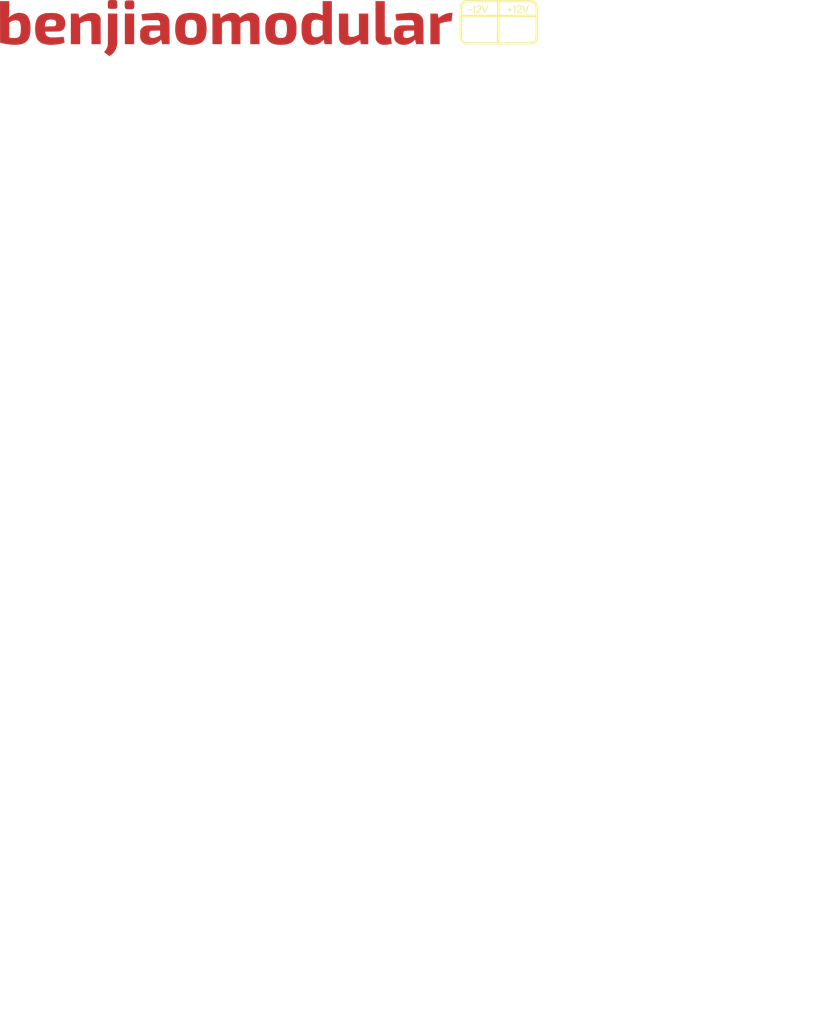
<source format=kicad_pcb>
(kicad_pcb (version 20211014) (generator pcbnew)
  (layers (0 "F.Cu" signal) (31 "B.Cu" signal) (34 "B.Paste" user) (35 "F.Paste" user) (36 "B.SilkS" user "B.Silkscreen") (37 "F.SilkS" user "F.Silkscreen") (38 "B.Mask" user) (39 "F.Mask" user) (44 "Edge.Cuts" user))
  (net 0 "")
  (footprint "LOGO" (layer "F.Cu") (at 0 0)
    (fp_text reference "G***" hide)
    (fp_text value "LOGO" hide)
    (fp_poly (pts (xy -35.745569 -117.081145) (xy -35.656278 -117.043522) (xy -35.590954 -116.979339) (xy -35.56422 -116.90818) (xy -35.556182 -116.816538) (xy -35.566788 -116.721886) (xy -35.591907 -116.649196) (xy -35.623276 -116.602157) (xy -35.67586 -116.536884) (xy -35.740428 -116.464554) (xy -35.76978 -116.433857) (xy -35.910862 -116.289666) (xy -35.714264 -116.289666) (xy -35.622361 -116.289277) (xy -35.564772 -116.286671) (xy -35.533478 -116.279688) (xy -35.520458 -116.266172) (xy -35.517695 -116.243962) (xy -35.517666 -116.23675) (xy -35.517666 -116.183833) (xy -35.814 -116.183833) (xy -35.931104 -116.184044) (xy -36.0124 -116.185377) (xy -36.064417 -116.188881) (xy -36.09368 -116.195606) (xy -36.106715 -116.206602) (xy -36.11005 -116.222917) (xy -36.110128 -116.231458) (xy -36.092381 -116.274778) (xy -36.039116 -116.338647) (xy -35.962091 -116.412664) (xy -35.836974 -116.534624) (xy -35.749082 -116.641495) (xy -35.697058 -116.735609) (xy -35.679544 -116.819299) (xy -35.689658 -116.880859) (xy -35.728658 -116.942347) (xy -35.784949 -116.971865) (xy -35.848665 -116.96992) (xy -35.909939 -116.937014) (xy -35.958905 -116.873654) (xy -35.962166 -116.866916) (xy -35.994042 -116.817526) (xy -36.035679 -116.799216) (xy -36.053807 -116.798125) (xy -36.093804 -116.801271) (xy -36.10611 -116.820054) (xy -36.099354 -116.866458) (xy -36.06266 -116.967495) (xy -35.999959 -117.036854) (xy -35.950617 -117.064018) (xy -35.84734 -117.088838) (xy -35.745569 -117.081145)) (layer "F.SilkS") (width 0.01) (fill solid))
    (fp_poly (pts (xy -41.275 -116.501333) (xy -41.783 -116.501333) (xy -41.783 -116.607166) (xy -41.275 -116.607166) (xy -41.275 -116.501333)) (layer "F.SilkS") (width 0.01) (fill solid))
    (fp_poly (pts (xy -36.873777 -116.836978) (xy -36.857996 -116.821006) (xy -36.852033 -116.781724) (xy -36.851166 -116.723583) (xy -36.851166 -116.607166) (xy -36.73475 -116.607166) (xy -36.668076 -116.605793) (xy -36.633359 -116.598533) (xy -36.62024 -116.580677) (xy -36.618333 -116.55425) (xy -36.621355 -116.523943) (xy -36.637327 -116.508163) (xy -36.676609 -116.5022) (xy -36.73475 -116.501333) (xy -36.851166 -116.501333) (xy -36.851166 -116.384916) (xy -36.85254 -116.318242) (xy -36.8598 -116.283526) (xy -36.877656 -116.270407) (xy -36.904083 -116.2685) (xy -36.93439 -116.271522) (xy -36.95017 -116.287494) (xy -36.956133 -116.326776) (xy -36.957 -116.384916) (xy -36.957 -116.501333) (xy -37.084 -116.501333) (xy -37.154385 -116.502454) (xy -37.192386 -116.508576) (xy -37.207943 -116.523843) (xy -37.210997 -116.552395) (xy -37.211 -116.55425) (xy -37.208311 -116.583577) (xy -37.193617 -116.599411) (xy -37.156977 -116.605893) (xy -37.088451 -116.607165) (xy -37.084 -116.607166) (xy -36.957 -116.607166) (xy -36.957 -116.723583) (xy -36.955626 -116.790257) (xy -36.948366 -116.824974) (xy -36.930511 -116.838093) (xy -36.904083 -116.84) (xy -36.873777 -116.836978)) (layer "F.SilkS") (width 0.01) (fill solid))
    (fp_poly (pts (xy -40.95763 -117.055004) (xy -40.945475 -117.016894) (xy -40.93906 -116.952826) (xy -40.936587 -116.858281) (xy -40.936254 -116.728743) (xy -40.936333 -116.628333) (xy -40.936333 -116.183833) (xy -41.063333 -116.183833) (xy -41.063333 -116.929958) (xy -41.126833 -116.917258) (xy -41.171315 -116.912411) (xy -41.18817 -116.927793) (xy -41.190333 -116.95407) (xy -41.180811 -116.989969) (xy -41.145918 -117.017965) (xy -41.099667 -117.038208) (xy -41.046545 -117.058757) (xy -41.006365 -117.071418) (xy -40.977327 -117.071673) (xy -40.95763 -117.055004)) (layer "F.SilkS") (width 0.01) (fill solid))
    (fp_poly (pts (xy -39.906683 -116.723709) (xy -39.865876 -116.610561) (xy -39.829357 -116.512695) (xy -39.799616 -116.436519) (xy -39.779146 -116.388443) (xy -39.770878 -116.374459) (xy -39.760227 -116.393313) (xy -39.738016 -116.445702) (xy -39.706766 -116.525238) (xy -39.668996 -116.625531) (xy -39.633295 -116.723309) (xy -39.507583 -117.072285) (xy -39.437028 -117.072559) (xy -39.391704 -117.068048) (xy -39.37318 -117.056634) (xy -39.373528 -117.054608) (xy -39.38271 -117.030172) (xy -39.404406 -116.972126) (xy -39.436354 -116.88653) (xy -39.47629 -116.779447) (xy -39.521955 -116.656936) (xy -39.539333 -116.610296) (xy -39.698083 -116.184209) (xy -39.767399 -116.184021) (xy -39.820464 -116.191542) (xy -39.850227 -116.221802) (xy -39.859232 -116.242041) (xy -39.874173 -116.281229) (xy -39.900909 -116.351895) (xy -39.936361 -116.445887) (xy -39.977453 -116.555048) (xy -40.005 -116.628333) (xy -40.048071 -116.742884) (xy -40.087453 -116.84743) (xy -40.120067 -116.933818) (xy -40.142836 -116.99389) (xy -40.150768 -117.014625) (xy -40.16313 -117.053971) (xy -40.151959 -117.069812) (xy -40.1083 -117.072826) (xy -40.101951 -117.072833) (xy -40.030617 -117.072833) (xy -39.906683 -116.723709)) (layer "F.SilkS") (width 0.01) (fill solid))
    (fp_poly (pts (xy -36.2585 -116.183833) (xy -36.3855 -116.183833) (xy -36.3855 -116.929378) (xy -36.459583 -116.91548) (xy -36.508949 -116.909083) (xy -36.529553 -116.919144) (xy -36.533587 -116.950166) (xy -36.522892 -116.986611) (xy -36.484999 -117.016557) (xy -36.443406 -117.035791) (xy -36.377601 -117.05866) (xy -36.320392 -117.071685) (xy -36.305902 -117.072833) (xy -36.2585 -117.072833) (xy -36.2585 -116.183833)) (layer "F.SilkS") (width 0.01) (fill solid))
    (fp_poly (pts (xy -34.791212 -117.073604) (xy -34.774831 -117.072833) (xy -34.731106 -117.067422) (xy -34.713333 -117.054707) (xy -34.720442 -117.029628) (xy -34.740073 -116.972139) (xy -34.769685 -116.889392) (xy -34.806734 -116.788538) (xy -34.831843 -116.721332) (xy -34.876206 -116.603321) (xy -34.918851 -116.489874) (xy -34.955959 -116.391155) (xy -34.983707 -116.317328) (xy -34.992114 -116.294958) (xy -35.018279 -116.231156) (xy -35.041284 -116.197925) (xy -35.070741 -116.185475) (xy -35.101146 -116.183881) (xy -35.168416 -116.183929) (xy -35.325602 -116.601923) (xy -35.372956 -116.727947) (xy -35.415526 -116.841428) (xy -35.450955 -116.936066) (xy -35.476884 -117.005561) (xy -35.490956 -117.043611) (xy -35.492505 -117.047929) (xy -35.487159 -117.066642) (xy -35.448684 -117.070444) (xy -35.431083 -117.069096) (xy -35.409297 -117.06763) (xy -35.391861 -117.064979) (xy -35.376552 -117.056629) (xy -35.361146 -117.038067) (xy -35.34342 -117.004779) (xy -35.321152 -116.952251) (xy -35.292116 -116.875971) (xy -35.254092 -116.771424) (xy -35.204854 -116.634099) (xy -35.172911 -116.544973) (xy -35.101221 -116.345197) (xy -35.034277 -116.529098) (xy -34.975608 -116.69054) (xy -34.929673 -116.816648) (xy -34.894408 -116.911749) (xy -34.867746 -116.980173) (xy -34.847623 -117.026246) (xy -34.831973 -117.054298) (xy -34.818731 -117.068656) (xy -34.805833 -117.073649) (xy -34.791212 -117.073604)) (layer "F.SilkS") (width 0.01) (fill solid))
    (fp_poly (pts (xy -34.158384 -117.598189) (xy -34.006032 -117.504636) (xy -33.873583 -117.379366) (xy -33.770526 -117.231696) (xy -33.755357 -117.202497) (xy -33.68675 -117.063132) (xy -33.68675 -113.146416) (xy -33.741996 -113.03) (xy -33.839167 -112.872796) (xy -33.966726 -112.741627) (xy -34.118934 -112.641032) (xy -34.290048 -112.575549) (xy -34.328083 -112.566634) (xy -34.361616 -112.564037) (xy -34.434848 -112.561606) (xy -34.545148 -112.559339) (xy -34.689882 -112.557237) (xy -34.866419 -112.5553) (xy -35.072124 -112.553529) (xy -35.304365 -112.551923) (xy -35.56051 -112.550483) (xy -35.837925 -112.549208) (xy -36.133978 -112.548099) (xy -36.446035 -112.547157) (xy -36.771465 -112.54638) (xy -37.107634 -112.545769) (xy -37.45191 -112.545325) (xy -37.801659 -112.545047) (xy -38.154248 -112.544935) (xy -38.507046 -112.54499) (xy -38.857419 -112.545213) (xy -39.202735 -112.545602) (xy -39.54036 -112.546158) (xy -39.867661 -112.546881) (xy -40.182007 -112.547771) (xy -40.480764 -112.548829) (xy -40.761299 -112.550055) (xy -41.020979 -112.551448) (xy -41.257173 -112.553008) (xy -41.467246 -112.554737) (xy -41.648566 -112.556634) (xy -41.7985 -112.558699) (xy -41.914416 -112.560932) (xy -41.993681 -112.563334) (xy -42.033661 -112.565904) (xy -42.035944 -112.566272) (xy -42.198153 -112.618869) (xy -42.345212 -112.707083) (xy -42.440766 -112.796279) (xy -38.148457 -112.796279) (xy -36.25627 -112.802014) (xy -35.930283 -112.803016) (xy -35.643912 -112.803966) (xy -35.394442 -112.804933) (xy -35.179157 -112.805987) (xy -34.995338 -112.807196) (xy -34.840271 -112.808631) (xy -34.711239 -112.81036) (xy -34.605525 -112.812452) (xy -34.520414 -112.814978) (xy -34.453188 -112.818006) (xy -34.401131 -112.821606) (xy -34.361528 -112.825846) (xy -34.331661 -112.830797) (xy -34.308814 -112.836527) (xy -34.290271 -112.843106) (xy -34.273316 -112.850603) (xy -34.268833 -112.852711) (xy -34.138826 -112.93695) (xy -34.033872 -113.05301) (xy -33.980081 -113.146416) (xy -33.93058 -113.25225) (xy -33.930166 -115.697) (xy -38.121166 -115.697) (xy -38.121166 -114.377188) (xy -38.121384 -114.140529) (xy -38.12201 -113.913284) (xy -38.123008 -113.699531) (xy -38.124337 -113.503348) (xy -38.125961 -113.328812) (xy -38.127841 -113.18) (xy -38.129937 -113.06099) (xy -38.132213 -112.975859) (xy -38.13463 -112.928684) (xy -38.134812 -112.926828) (xy -38.148457 -112.796279) (xy -42.440766 -112.796279) (xy -42.471948 -112.825386) (xy -42.573189 -112.968252) (xy -42.64376 -113.130158) (xy -42.670996 -113.24459) (xy -42.674989 -113.290911) (xy -42.678587 -113.375574) (xy -42.681791 -113.494586) (xy -42.6846 -113.643957) (xy -42.687014 -113.819695) (xy -42.689034 -114.01781) (xy -42.690658 -114.234311) (xy -42.691888 -114.465207) (xy -42.692723 -114.706507) (xy -42.693162 -114.954221) (xy -42.693207 -115.204356) (xy -42.692856 -115.452922) (xy -42.692194 -115.668861) (xy -42.441087 -115.668861) (xy -42.428583 -113.249179) (xy -42.365083 -113.125794) (xy -42.279317 -112.997469) (xy -42.169365 -112.902485) (xy -42.032662 -112.837261) (xy -42.010635 -112.830335) (xy -41.985402 -112.824283) (xy -41.954115 -112.819043) (xy -41.913928 -112.814558) (xy -41.861992 -112.810766) (xy -41.795461 -112.807607) (xy -41.711486 -112.805023) (xy -41.60722 -112.802953) (xy -41.479817 -112.801336) (xy -41.326427 -112.800115) (xy -41.144205 -112.799227) (xy -40.930301 -112.798614) (xy -40.68187 -112.798216) (xy -40.396063 -112.797973) (xy -40.158458 -112.797858) (xy -38.396333 -112.797166) (xy -38.396256 -113.945458) (xy -38.395979 -114.173636) (xy -38.395214 -114.398315) (xy -38.394011 -114.61418) (xy -38.39242 -114.815913) (xy -38.390494 -114.998198) (xy -38.388283 -115.155718) (xy -38.385838 -115.283157) (xy -38.383209 -115.375197) (xy -38.38238 -115.395375) (xy -38.368581 -115.697) (xy -38.959249 -115.696983) (xy -39.08593 -115.69676) (xy -39.249371 -115.696123) (xy -39.444001 -115.695111) (xy -39.664249 -115.693761) (xy -39.904543 -115.692114) (xy -40.159313 -115.690206) (xy -40.422988 -115.688076) (xy -40.689996 -115.685764) (xy -40.954767 -115.683307) (xy -40.995502 -115.682914) (xy -42.441087 -115.668861) (xy -42.692194 -115.668861) (xy -42.69211 -115.695929) (xy -42.690968 -115.929385) (xy -42.690817 -115.951) (xy -42.443069 -115.951) (xy -38.375166 -115.951) (xy -38.375166 -117.4115) (xy -38.1 -117.4115) (xy -38.1 -115.944107) (xy -37.195125 -115.95811) (xy -36.986614 -115.960955) (xy -36.744631 -115.963608) (xy -36.47804 -115.966008) (xy -36.1957 -115.968096) (xy -35.906475 -115.969813) (xy -35.619226 -115.971098) (xy -35.342815 -115.971893) (xy -35.108867 -115.97214) (xy -33.927483 -115.972166) (xy -33.934117 -116.496041) (xy -33.94075 -117.019916) (xy -33.998678 -117.118458) (xy -34.05056 -117.191323) (xy -34.113891 -117.260228) (xy -34.139641 -117.282764) (xy -34.166836 -117.30462) (xy -34.191605 -117.323855) (xy -34.21669 -117.340636) (xy -34.24483 -117.35513) (xy -34.278765 -117.367505) (xy -34.321237 -117.377928) (xy -34.374984 -117.386565) (xy -34.442747 -117.393584) (xy -34.527265 -117.399151) (xy -34.631281 -117.403435) (xy -34.757532 -117.406602) (xy -34.90876 -117.408819) (xy -35.087705 -117.410253) (xy -35.297106 -117.411072) (xy -35.539705 -117.411442) (xy -35.81824 -117.41153) (xy -36.135452 -117.411505) (xy -36.250578 -117.4115) (xy -38.1 -117.4115) (xy -38.375166 -117.4115) (xy -40.159979 -117.4115) (xy -40.486744 -117.411537) (xy -40.773958 -117.411514) (xy -41.024403 -117.411231) (xy -41.240859 -117.410489) (xy -41.42611 -117.409088) (xy -41.582937 -117.406828) (xy -41.714121 -117.40351) (xy -41.822445 -117.398932) (xy -41.91069 -117.392897) (xy -41.981639 -117.385203) (xy -42.038072 -117.375652) (xy -42.082772 -117.364042) (xy -42.118521 -117.350176) (xy -42.148099 -117.333852) (xy -42.17429 -117.314871) (xy -42.199875 -117.293033) (xy -42.227636 -117.268138) (xy -42.233959 -117.262541) (xy -42.307797 -117.181755) (xy -42.36822 -117.087507) (xy -42.377422 -117.068339) (xy -42.393337 -117.030529) (xy -42.405609 -116.993241) (xy -42.414826 -116.950244) (xy -42.421573 -116.895309) (xy -42.426436 -116.822207) (xy -42.430001 -116.72471) (xy -42.432855 -116.596586) (xy -42.43524 -116.453708) (xy -42.443069 -115.951) (xy -42.690817 -115.951) (xy -42.689431 -116.149299) (xy -42.687498 -116.351681) (xy -42.68517 -116.532539) (xy -42.682445 -116.687883) (xy -42.679325 -116.813721) (xy -42.675809 -116.906063) (xy -42.671897 -116.960918) (xy -42.671073 -116.967) (xy -42.621966 -117.148769) (xy -42.536828 -117.310016) (xy -42.418327 -117.447165) (xy -42.269132 -117.556641) (xy -42.206333 -117.589584) (xy -42.06875 -117.654916) (xy -34.279416 -117.654916) (xy -34.158384 -117.598189)) (layer "F.SilkS") (width 0.01) (fill solid))
    (fp_poly (pts (xy -40.361403 -117.062055) (xy -40.286833 -117.010298) (xy -40.236704 -116.932278) (xy -40.236536 -116.931839) (xy -40.216854 -116.829276) (xy -40.234955 -116.721711) (xy -40.291662 -116.607125) (xy -40.387797 -116.483498) (xy -40.442649 -116.425869) (xy -40.578852 -116.289666) (xy -40.387176 -116.289666) (xy -40.296662 -116.289252) (xy -40.24036 -116.286512) (xy -40.210149 -116.279206) (xy -40.197906 -116.265091) (xy -40.195512 -116.241926) (xy -40.1955 -116.23675) (xy -40.1955 -116.183833) (xy -40.491833 -116.183833) (xy -40.608937 -116.184041) (xy -40.690238 -116.185367) (xy -40.742269 -116.188867) (xy -40.77156 -116.195594) (xy -40.784644 -116.206604) (xy -40.78805 -116.222952) (xy -40.788166 -116.231684) (xy -40.770922 -116.275821) (xy -40.717914 -116.333369) (xy -40.671628 -116.372527) (xy -40.559901 -116.471904) (xy -40.466494 -116.575219) (xy -40.396255 -116.675766) (xy -40.354034 -116.766843) (xy -40.343666 -116.82602) (xy -40.35692 -116.881067) (xy -40.382701 -116.925849) (xy -40.437801 -116.964762) (xy -40.504479 -116.972711) (xy -40.569831 -116.95326) (xy -40.62095 -116.909974) (xy -40.644109 -116.853664) (xy -40.665684 -116.815348) (xy -40.708791 -116.801552) (xy -40.749878 -116.801848) (xy -40.765127 -116.824055) (xy -40.767 -116.858137) (xy -40.75161 -116.922217) (xy -40.71339 -116.98513) (xy -40.636407 -117.049085) (xy -40.545724 -117.082514) (xy -40.450878 -117.086482) (xy -40.361403 -117.062055)) (layer "F.SilkS") (width 0.01) (fill solid))
  )
  (footprint "LOGO" (layer "F.Cu") (at 0 0)
    (fp_text reference "G***" hide)
    (fp_text value "LOGO" hide)
    (fp_poly (pts (xy -89.644991 -116.17052) (xy -89.514037 -116.168425) (xy -89.409199 -116.164376) (xy -89.322375 -116.15783) (xy -89.245461 -116.148243) (xy -89.170353 -116.135073) (xy -89.12225 -116.12511) (xy -88.884376 -116.057364) (xy -88.680285 -115.964109) (xy -88.509992 -115.845367) (xy -88.373515 -115.701159) (xy -88.27087 -115.531508) (xy -88.202074 -115.336435) (xy -88.167143 -115.115961) (xy -88.165383 -114.882244) (xy -88.188143 -114.679031) (xy -88.233654 -114.509408) (xy -88.304648 -114.369662) (xy -88.403861 -114.256078) (xy -88.534024 -114.164945) (xy -88.697872 -114.09255) (xy -88.762416 -114.071338) (xy -88.798919 -114.062561) (xy -88.848619 -114.055204) (xy -88.915612 -114.049085) (xy -89.003994 -114.04402) (xy -89.11786 -114.039827) (xy -89.261307 -114.036323) (xy -89.43843 -114.033325) (xy -89.653325 -114.030649) (xy -89.680329 -114.030357) (xy -90.492408 -114.021693) (xy -90.479556 -113.943888) (xy -90.436944 -113.770195) (xy -90.370542 -113.630451) (xy -90.277563 -113.521905) (xy -90.155219 -113.441803) (xy -90.000721 -113.387392) (xy -89.894833 -113.366452) (xy -89.803022 -113.357612) (xy -89.67626 -113.353108) (xy -89.521685 -113.352753) (xy -89.346439 -113.356359) (xy -89.157659 -113.363738) (xy -88.962487 -113.374702) (xy -88.76806 -113.389062) (xy -88.656583 -113.399053) (xy -88.549064 -113.408393) (xy -88.457141 -113.414499) (xy -88.388748 -113.416985) (xy -88.35182 -113.415469) (xy -88.347844 -113.413977) (xy -88.34077 -113.389842) (xy -88.329482 -113.3332) (xy -88.315345 -113.252893) (xy -88.299721 -113.157767) (xy -88.283975 -113.056666) (xy -88.26947 -112.958434) (xy -88.257571 -112.871916) (xy -88.24964 -112.805955) (xy -88.247042 -112.769396) (xy -88.247775 -112.765011) (xy -88.269524 -112.754239) (xy -88.318654 -112.733418) (xy -88.36452 -112.714983) (xy -88.568515 -112.648232) (xy -88.808644 -112.593807) (xy -89.080332 -112.552423) (xy -89.379004 -112.524794) (xy -89.662 -112.512393) (xy -89.785316 -112.510232) (xy -89.899099 -112.509394) (xy -89.994262 -112.509861) (xy -90.061721 -112.511612) (xy -90.085333 -112.513296) (xy -90.349051 -112.551604) (xy -90.575924 -112.60036) (xy -90.770564 -112.66145) (xy -90.937586 -112.736763) (xy -91.081603 -112.828186) (xy -91.207229 -112.937606) (xy -91.259359 -112.993643) (xy -91.37662 -113.157794) (xy -91.472182 -113.356131) (xy -91.545436 -113.586137) (xy -91.595777 -113.845294) (xy -91.622595 -114.131082) (xy -91.625284 -114.440983) (xy -91.623074 -114.501083) (xy -91.614574 -114.613308) (xy -90.515135 -114.613308) (xy -89.956276 -114.621193) (xy -89.782851 -114.623974) (xy -89.646551 -114.627098) (xy -89.542165 -114.630929) (xy -89.464484 -114.635834) (xy -89.4083 -114.642179) (xy -89.368403 -114.65033) (xy -89.339583 -114.660654) (xy -89.330548 -114.665171) (xy -89.263319 -114.725128) (xy -89.219318 -114.818528) (xy -89.199421 -114.942861) (xy -89.199827 -115.039046) (xy -89.213737 -115.151322) (xy -89.245238 -115.234203) (xy -89.301166 -115.29924) (xy -89.388357 -115.35798) (xy -89.388708 -115.358178) (xy -89.433866 -115.381192) (xy -89.479706 -115.396945) (xy -89.53631 -115.407172) (xy -89.613758 -115.413609) (xy -89.722129 -115.417989) (xy -89.739255 -115.418505) (xy -89.905634 -115.419027) (xy -90.037987 -115.408398) (xy -90.143598 -115.384722) (xy -90.229751 -115.346104) (xy -90.303729 -115.290647) (xy -90.330245 -115.264679) (xy -90.395543 -115.178626) (xy -90.44432 -115.070775) (xy -90.478817 -114.934609) (xy -90.500799 -114.768862) (xy -90.515135 -114.613308) (xy -91.614574 -114.613308) (xy -91.600617 -114.79755) (xy -91.559952 -115.0578) (xy -91.499825 -115.284407) (xy -91.418986 -115.479943) (xy -91.316183 -115.64698) (xy -91.190163 -115.788091) (xy -91.039675 -115.905848) (xy -90.901091 -115.984836) (xy -90.779405 -116.040925) (xy -90.661717 -116.085096) (xy -90.540684 -116.118605) (xy -90.408965 -116.142705) (xy -90.259218 -116.15865) (xy -90.084102 -116.167695) (xy -89.876275 -116.171094) (xy -89.810166 -116.171204) (xy -89.644991 -116.17052)) (layer "F.Cu") (width 0.01) (fill solid))
    (fp_poly (pts (xy -51.329134 -115.575291) (xy -51.329088 -115.241434) (xy -51.328931 -114.947292) (xy -51.328615 -114.690244) (xy -51.328092 -114.467672) (xy -51.327315 -114.276957) (xy -51.326237 -114.115479) (xy -51.324808 -113.98062) (xy -51.322983 -113.86976) (xy -51.320712 -113.78028) (xy -51.317949 -113.709561) (xy -51.314646 -113.654984) (xy -51.310755 -113.61393) (xy -51.306228 -113.58378) (xy -51.301019 -113.561914) (xy -51.295078 -113.545713) (xy -51.292092 -113.539452) (xy -51.247273 -113.47551) (xy -51.183651 -113.429025) (xy -51.095198 -113.397651) (xy -50.975888 -113.379045) (xy -50.8616 -113.372027) (xy -50.637449 -113.364216) (xy -50.581014 -113.033066) (xy -50.561693 -112.917606) (xy -50.545238 -112.815273) (xy -50.53288 -112.734056) (xy -50.525853 -112.681941) (xy -50.524706 -112.668225) (xy -50.544884 -112.642118) (xy -50.60089 -112.616089) (xy -50.686228 -112.591005) (xy -50.794401 -112.567732) (xy -50.918909 -112.547135) (xy -51.053258 -112.530079) (xy -51.190948 -112.517432) (xy -51.325483 -112.510058) (xy -51.450365 -112.508822) (xy -51.559097 -112.514592) (xy -51.618162 -112.522531) (xy -51.821137 -112.57769) (xy -51.9967 -112.664608) (xy -52.144082 -112.782701) (xy -52.262515 -112.931382) (xy -52.334474 -113.068614) (xy -52.341314 -113.085486) (xy -52.347386 -113.104011) (xy -52.352744 -113.126706) (xy -52.357442 -113.156085) (xy -52.361531 -113.194667) (xy -52.365066 -113.244966) (xy -52.368099 -113.309499) (xy -52.370684 -113.390782) (xy -52.372873 -113.491332) (xy -52.37472 -113.613665) (xy -52.376277 -113.760296) (xy -52.377599 -113.933743) (xy -52.378737 -114.13652) (xy -52.379746 -114.371146) (xy -52.380678 -114.640135) (xy -52.381586 -114.946003) (xy -52.382523 -115.291269) (xy -52.382687 -115.353041) (xy -52.388457 -117.5385) (xy -51.329166 -117.5385) (xy -51.329134 -115.575291)) (layer "F.Cu") (width 0.01) (fill solid))
    (fp_poly (pts (xy -84.970509 -116.173295) (xy -84.825606 -116.164585) (xy -84.701785 -116.147436) (xy -84.6194 -116.125533) (xy -84.452398 -116.046855) (xy -84.31863 -115.945091) (xy -84.213188 -115.815522) (xy -84.132896 -115.657732) (xy -84.084583 -115.53825) (xy -84.078606 -114.061875) (xy -84.072628 -112.5855) (xy -85.131038 -112.5855) (xy -85.136977 -113.829041) (xy -85.138298 -114.090933) (xy -85.139639 -114.313852) (xy -85.141112 -114.501158) (xy -85.142832 -114.65621) (xy -85.144912 -114.782369) (xy -85.147465 -114.882996) (xy -85.150605 -114.961449) (xy -85.154446 -115.02109) (xy -85.1591 -115.065278) (xy -85.164682 -115.097373) (xy -85.171304 -115.120736) (xy -85.179082 -115.138725) (xy -85.181364 -115.143042) (xy -85.226999 -115.203212) (xy -85.290739 -115.2432) (xy -85.378995 -115.265108) (xy -85.498179 -115.271034) (xy -85.565813 -115.268939) (xy -85.691704 -115.256847) (xy -85.818595 -115.231392) (xy -85.955334 -115.189951) (xy -86.110764 -115.129898) (xy -86.267437 -115.060764) (xy -86.444666 -114.979271) (xy -86.444666 -112.5855) (xy -87.503 -112.5855) (xy -87.503 -116.099166) (xy -86.642536 -116.099166) (xy -86.605668 -115.882208) (xy -86.589235 -115.787779) (xy -86.574373 -115.706458) (xy -86.563078 -115.648957) (xy -86.558479 -115.629012) (xy -86.548461 -115.616896) (xy -86.52546 -115.620119) (xy -86.483916 -115.641374) (xy -86.41827 -115.683354) (xy -86.349809 -115.730107) (xy -86.183145 -115.836251) (xy -86.001115 -115.936272) (xy -85.816504 -116.023925) (xy -85.642095 -116.092966) (xy -85.543246 -116.124084) (xy -85.422863 -116.14896) (xy -85.280022 -116.165466) (xy -85.125609 -116.173583) (xy -84.970509 -116.173295)) (layer "F.Cu") (width 0.01) (fill solid))
    (fp_poly (pts (xy -80.221666 -112.5855) (xy -81.28 -112.5855) (xy -81.28 -116.099166) (xy -80.221666 -116.099166) (xy -80.221666 -112.5855)) (layer "F.Cu") (width 0.01) (fill solid))
    (fp_poly (pts (xy -80.453648 -117.620245) (xy -80.403684 -117.61593) (xy -80.369398 -117.608259) (xy -80.344129 -117.596628) (xy -80.321217 -117.580427) (xy -80.31881 -117.578541) (xy -80.273975 -117.536344) (xy -80.241694 -117.48626) (xy -80.220096 -117.420958) (xy -80.207311 -117.333109) (xy -80.201465 -117.215383) (xy -80.2005 -117.115166) (xy -80.202894 -116.970618) (xy -80.211349 -116.861425) (xy -80.227772 -116.780815) (xy -80.254071 -116.722014) (xy -80.292155 -116.67825) (xy -80.331518 -116.650042) (xy -80.36212 -116.633781) (xy -80.396981 -116.622252) (xy -80.4436 -116.614684) (xy -80.509477 -116.610308) (xy -80.60211 -116.608354) (xy -80.728999 -116.608051) (xy -80.74025 -116.608074) (xy -80.892541 -116.609914) (xy -81.006972 -116.614887) (xy -81.08792 -116.623316) (xy -81.139765 -116.635526) (xy -81.146338 -116.638147) (xy -81.201427 -116.671871) (xy -81.241647 -116.72217) (xy -81.269347 -116.795336) (xy -81.286872 -116.897662) (xy -81.296569 -117.035438) (xy -81.296822 -117.041645) (xy -81.297897 -117.224181) (xy -81.284766 -117.368591) (xy -81.257093 -117.476746) (xy -81.214541 -117.550517) (xy -81.203354 -117.562126) (xy -81.182621 -117.580038) (xy -81.159734 -117.593259) (xy -81.128132 -117.602641) (xy -81.081256 -117.609035) (xy -81.012544 -117.613293) (xy -80.915437 -117.616268) (xy -80.783375 -117.618809) (xy -80.764226 -117.619137) (xy -80.627258 -117.621242) (xy -80.525953 -117.621814) (xy -80.453648 -117.620245)) (layer "F.Cu") (width 0.01) (fill solid))
    (fp_poly (pts (xy -82.169148 -114.315875) (xy -82.169209 -113.998918) (xy -82.169376 -113.721359) (xy -82.169714 -113.480261) (xy -82.170285 -113.272689) (xy -82.171154 -113.095707) (xy -82.172382 -112.946378) (xy -82.174035 -112.821768) (xy -82.176174 -112.71894) (xy -82.178863 -112.634958) (xy -82.182165 -112.566887) (xy -82.186144 -112.51179) (xy -82.190864 -112.466732) (xy -82.196386 -112.428777) (xy -82.202776 -112.394988) (xy -82.210095 -112.362431) (xy -82.211383 -112.357029) (xy -82.29163 -112.096103) (xy -82.402182 -111.861422) (xy -82.546385 -111.646588) (xy -82.642572 -111.533129) (xy -82.700483 -111.475523) (xy -82.773159 -111.411465) (xy -82.852426 -111.347182) (xy -82.930112 -111.288899) (xy -82.998044 -111.242843) (xy -83.048048 -111.215238) (xy -83.066611 -111.210122) (xy -83.090138 -111.222722) (xy -83.140946 -111.257372) (xy -83.213151 -111.309815) (xy -83.300867 -111.375794) (xy -83.380045 -111.436858) (xy -83.67034 -111.663138) (xy -83.618401 -111.727444) (xy -83.537801 -111.834409) (xy -83.459665 -111.950791) (xy -83.391841 -112.064045) (xy -83.34218 -112.161625) (xy -83.332864 -112.18376) (xy -83.314708 -112.23061) (xy -83.298764 -112.275442) (xy -83.284886 -112.321208) (xy -83.272932 -112.370856) (xy -83.262759 -112.427339) (xy -83.254222 -112.493606) (xy -83.247179 -112.572606) (xy -83.241486 -112.667292) (xy -83.236999 -112.780612) (xy -83.233576 -112.915518) (xy -83.231072 -113.074958) (xy -83.229345 -113.261885) (xy -83.228251 -113.479248) (xy -83.227647 -113.729997) (xy -83.227389 -114.017082) (xy -83.227333 -114.343455) (xy -83.227333 -116.099166) (xy -82.169 -116.099166) (xy -82.169148 -114.315875)) (layer "F.Cu") (width 0.01) (fill solid))
    (fp_poly (pts (xy -94.615419 -116.802958) (xy -94.616174 -116.569057) (xy -94.618319 -116.372396) (xy -94.622108 -116.207897) (xy -94.627794 -116.070482) (xy -94.635633 -115.955072) (xy -94.645878 -115.85659) (xy -94.658783 -115.769958) (xy -94.670056 -115.711156) (xy -94.673582 -115.686643) (xy -94.667615 -115.676794) (xy -94.646838 -115.684132) (xy -94.605933 -115.711181) (xy -94.539581 -115.760462) (xy -94.495592 -115.79393) (xy -94.254119 -115.954611) (xy -94.004093 -116.075042) (xy -93.7895 -116.144233) (xy -93.697633 -116.165199) (xy -93.616371 -116.177389) (xy -93.53045 -116.182012) (xy -93.424605 -116.180275) (xy -93.366166 -116.177729) (xy -93.171243 -116.160413) (xy -93.006625 -116.127327) (xy -92.86232 -116.075675) (xy -92.728338 -116.002662) (xy -92.719056 -115.996658) (xy -92.628728 -115.93394) (xy -92.561103 -115.875342) (xy -92.503798 -115.807842) (xy -92.444431 -115.718418) (xy -92.426615 -115.689113) (xy -92.341834 -115.516071) (xy -92.27346 -115.310914) (xy -92.221606 -115.080602) (xy -92.186383 -114.83209) (xy -92.167906 -114.572338) (xy -92.166285 -114.308302) (xy -92.181635 -114.046941) (xy -92.214068 -113.795213) (xy -92.263696 -113.560074) (xy -92.330632 -113.348484) (xy -92.386644 -113.2205) (xy -92.502901 -113.034689) (xy -92.651528 -112.874289) (xy -92.829469 -112.741538) (xy -93.033666 -112.63867) (xy -93.261065 -112.567921) (xy -93.28616 -112.562447) (xy -93.447252 -112.536851) (xy -93.639838 -112.519768) (xy -93.853892 -112.511461) (xy -94.079388 -112.512191) (xy -94.306298 -112.522221) (xy -94.435083 -112.532447) (xy -94.682289 -112.559016) (xy -94.91638 -112.590831) (xy -95.130245 -112.626683) (xy -95.316768 -112.665369) (xy -95.468838 -112.705681) (xy -95.482833 -112.71006) (xy -95.66275 -112.767372) (xy -95.667916 -115.057285) (xy -94.615471 -115.057285) (xy -94.609944 -114.197101) (xy -94.604416 -113.336916) (xy -94.466833 -113.312743) (xy -94.357252 -113.298578) (xy -94.227732 -113.289756) (xy -94.089314 -113.286223) (xy -93.953039 -113.287922) (xy -93.829947 -113.294799) (xy -93.731081 -113.306797) (xy -93.68721 -113.316658) (xy -93.560306 -113.374736) (xy -93.454232 -113.464068) (xy -93.384712 -113.564304) (xy -93.344351 -113.670653) (xy -93.312178 -113.810195) (xy -93.288479 -113.974534) (xy -93.27354 -114.155273) (xy -93.267648 -114.344018) (xy -93.271088 -114.532371) (xy -93.284145 -114.711936) (xy -93.307107 -114.874317) (xy -93.335921 -114.996962) (xy -93.388667 -115.121605) (xy -93.465385 -115.216286) (xy -93.568611 -115.282432) (xy -93.700881 -115.321469) (xy -93.864729 -115.334821) (xy -93.934418 -115.333514) (xy -94.049771 -115.324326) (xy -94.15154 -115.304468) (xy -94.250652 -115.269964) (xy -94.358036 -115.216839) (xy -94.484619 -115.141117) (xy -94.513044 -115.123012) (xy -94.615471 -115.057285) (xy -95.667916 -115.057285) (xy -95.668132 -115.152936) (xy -95.673515 -117.5385) (xy -94.615 -117.5385) (xy -94.615419 -116.802958)) (layer "F.Cu") (width 0.01) (fill solid))
    (fp_poly (pts (xy -68.656324 -116.161359) (xy -68.652679 -116.160692) (xy -68.476785 -116.10931) (xy -68.320045 -116.02555) (xy -68.188259 -115.913539) (xy -68.087225 -115.777407) (xy -68.070547 -115.746317) (xy -68.041113 -115.68804) (xy -68.020358 -115.647309) (xy -68.014351 -115.635823) (xy -67.997589 -115.643955) (xy -67.959623 -115.673705) (xy -67.927662 -115.701606) (xy -67.777923 -115.821023) (xy -67.605833 -115.931916) (xy -67.423336 -116.028003) (xy -67.242374 -116.103005) (xy -67.074892 -116.150644) (xy -67.072767 -116.151074) (xy -66.847071 -116.181738) (xy -66.634246 -116.181815) (xy -66.438083 -116.152504) (xy -66.262374 -116.095003) (xy -66.11091 -116.01051) (xy -65.987483 -115.900224) (xy -65.904559 -115.781849) (xy -65.880543 -115.737718) (xy -65.859768 -115.697639) (xy -65.841982 -115.65832) (xy -65.826935 -115.61647) (xy -65.814375 -115.568796) (xy -65.804052 -115.512007) (xy -65.795715 -115.442811) (xy -65.789114 -115.357916) (xy -65.783996 -115.25403) (xy -65.780112 -115.127861) (xy -65.777211 -114.976117) (xy -65.775041 -114.795506) (xy -65.773353 -114.582737) (xy -65.771894 -114.334518) (xy -65.770415 -114.047556) (xy -65.770271 -114.019541) (xy -65.762905 -112.5855) (xy -66.821258 -112.5855) (xy -66.827504 -113.818458) (xy -66.82885 -114.087719) (xy -66.830183 -114.317932) (xy -66.831851 -114.512381) (xy -66.834204 -114.674348) (xy -66.837589 -114.807118) (xy -66.842355 -114.913975) (xy -66.84885 -114.998202) (xy -66.857423 -115.063083) (xy -66.868422 -115.111901) (xy -66.882196 -115.14794) (xy -66.899092 -115.174484) (xy -66.91946 -115.194816) (xy -66.943648 -115.21222) (xy -66.972004 -115.229979) (xy -66.977652 -115.233515) (xy -67.017127 -115.254349) (xy -67.06113 -115.266188) (xy -67.121264 -115.27058) (xy -67.209131 -115.269074) (xy -67.235916 -115.267995) (xy -67.354332 -115.257149) (xy -67.464981 -115.232953) (xy -67.577989 -115.191766) (xy -67.703482 -115.129946) (xy -67.840498 -115.050608) (xy -67.966166 -114.974268) (xy -67.966166 -112.5855) (xy -68.982166 -112.5855) (xy -68.982631 -113.797291) (xy -68.982789 -114.055106) (xy -68.983123 -114.274061) (xy -68.983742 -114.457632) (xy -68.984756 -114.609293) (xy -68.986275 -114.732518) (xy -68.988408 -114.830781) (xy -68.991265 -114.907558) (xy -68.994957 -114.966322) (xy -68.999592 -115.010547) (xy -69.005281 -115.043709) (xy -69.012133 -115.069281) (xy -69.020258 -115.090737) (xy -69.023734 -115.098604) (xy -69.074748 -115.181281) (xy -69.143407 -115.235511) (xy -69.236798 -115.26503) (xy -69.355645 -115.273587) (xy -69.529409 -115.257626) (xy -69.70544 -115.208131) (xy -69.890825 -115.122962) (xy -69.934666 -115.098597) (xy -70.093416 -115.007779) (xy -70.098882 -113.79664) (xy -70.104347 -112.5855) (xy -71.1835 -112.5855) (xy -71.1835 -116.099166) (xy -70.322369 -116.099166) (xy -70.284784 -115.845166) (xy -70.26985 -115.747561) (xy -70.256636 -115.667328) (xy -70.246539 -115.612524) (xy -70.240952 -115.591209) (xy -70.240828 -115.591166) (xy -70.222865 -115.603872) (xy -70.181607 -115.637299) (xy -70.125724 -115.684409) (xy -70.121603 -115.687939) (xy -69.885754 -115.867712) (xy -69.644413 -116.007828) (xy -69.39919 -116.107768) (xy -69.151695 -116.167016) (xy -68.903536 -116.185052) (xy -68.656324 -116.161359)) (layer "F.Cu") (width 0.01) (fill solid))
    (fp_poly (pts (xy -43.530781 -116.115041) (xy -43.535852 -116.072748) (xy -43.544305 -115.996224) (xy -43.555298 -115.893363) (xy -43.567986 -115.772058) (xy -43.581528 -115.6402) (xy -43.581992 -115.635639) (xy -43.595128 -115.508991) (xy -43.607153 -115.397784) (xy -43.617326 -115.308489) (xy -43.624907 -115.247577) (xy -43.629157 -115.221518) (xy -43.629416 -115.221034) (xy -43.651366 -115.218192) (xy -43.708082 -115.213013) (xy -43.792098 -115.206124) (xy -43.89595 -115.198148) (xy -43.952583 -115.193977) (xy -44.100405 -115.181309) (xy -44.23082 -115.165018) (xy -44.355238 -115.142733) (xy -44.48507 -115.112087) (xy -44.631727 -115.070709) (xy -44.802851 -115.017438) (xy -45.000333 -114.954179) (xy -45.000333 -112.5855) (xy -46.058666 -112.5855) (xy -46.058666 -116.100061) (xy -45.224452 -116.088583) (xy -45.181184 -115.849392) (xy -45.162953 -115.75455) (xy -45.145954 -115.676731) (xy -45.132173 -115.624384) (xy -45.124009 -115.605976) (xy -45.101844 -115.615829) (xy -45.054736 -115.645757) (xy -44.991366 -115.690113) (xy -44.965259 -115.709255) (xy -44.702361 -115.885364) (xy -44.443259 -116.02018) (xy -44.186167 -116.114374) (xy -43.929299 -116.168616) (xy -43.700806 -116.183833) (xy -43.521328 -116.183833) (xy -43.530781 -116.115041)) (layer "F.Cu") (width 0.01) (fill solid))
    (fp_poly (pts (xy -77.372877 -116.177211) (xy -77.365207 -116.176855) (xy -77.109824 -116.153194) (xy -76.889277 -116.107873) (xy -76.701091 -116.039235) (xy -76.542791 -115.945623) (xy -76.411903 -115.82538) (xy -76.305953 -115.676848) (xy -76.222466 -115.49837) (xy -76.185115 -115.386465) (xy -76.177627 -115.357574) (xy -76.171173 -115.323197) (xy -76.165654 -115.280007) (xy -76.16097 -115.224676) (xy -76.157023 -115.153878) (xy -76.153714 -115.064284) (xy -76.150944 -114.952568) (xy -76.148613 -114.815402) (xy -76.146623 -114.649459) (xy -76.144875 -114.451412) (xy -76.143269 -114.217933) (xy -76.141707 -113.945695) (xy -76.141591 -113.92385) (xy -76.13445 -112.584617) (xy -76.563845 -112.59035) (xy -76.993239 -112.596083) (xy -77.019816 -112.74425) (xy -77.037493 -112.840302) (xy -77.056368 -112.939038) (xy -77.069528 -113.005137) (xy -77.092664 -113.117858) (xy -77.223123 -112.993341) (xy -77.42948 -112.820732) (xy -77.649237 -112.685765) (xy -77.889544 -112.58421) (xy -77.945664 -112.565998) (xy -78.083484 -112.534689) (xy -78.245998 -112.515372) (xy -78.41708 -112.508809) (xy -78.580608 -112.515765) (xy -78.690762 -112.530723) (xy -78.896297 -112.587892) (xy -79.078225 -112.674893) (xy -79.233301 -112.788998) (xy -79.35828 -112.927478) (xy -79.449917 -113.087606) (xy -79.490314 -113.20292) (xy -79.503893 -113.26133) (xy -79.513323 -113.325108) (xy -79.519045 -113.402205) (xy -79.521504 -113.500573) (xy -79.521142 -113.628164) (xy -79.519638 -113.7285) (xy -78.474899 -113.7285) (xy -78.469233 -113.59273) (xy -78.450541 -113.491226) (xy -78.415159 -113.416969) (xy -78.359424 -113.362938) (xy -78.27967 -113.322116) (xy -78.258659 -113.314254) (xy -78.12539 -113.288022) (xy -77.966085 -113.295135) (xy -77.854551 -113.316223) (xy -77.686754 -113.365531) (xy -77.520758 -113.435723) (xy -77.358875 -113.522875) (xy -77.216 -113.606324) (xy -77.216 -114.156175) (xy -77.729291 -114.148126) (xy -77.909364 -114.144688) (xy -78.052274 -114.139922) (xy -78.163193 -114.132729) (xy -78.247291 -114.122007) (xy -78.30974 -114.106654) (xy -78.355709 -114.08557) (xy -78.390369 -114.057652) (xy -78.418891 -114.0218) (xy -78.433997 -113.998033) (xy -78.454669 -113.955155) (xy -78.467263 -113.902771) (xy -78.473447 -113.829887) (xy -78.474899 -113.7285) (xy -79.519638 -113.7285) (xy -79.519627 -113.729218) (xy -79.512583 -114.121203) (xy -79.443014 -114.262404) (xy -79.344861 -114.41492) (xy -79.214737 -114.540786) (xy -79.054816 -114.638375) (xy -78.86727 -114.706063) (xy -78.840947 -114.712588) (xy -78.793702 -114.721513) (xy -78.732566 -114.728698) (xy -78.653132 -114.734301) (xy -78.550995 -114.738481) (xy -78.421746 -114.741396) (xy -78.260981 -114.743205) (xy -78.064292 -114.744066) (xy -77.962125 -114.744187) (xy -77.216 -114.7445) (xy -77.216 -114.884919) (xy -77.224804 -115.025835) (xy -77.252659 -115.134565) (xy -77.301724 -115.217744) (xy -77.335794 -115.252626) (xy -77.374878 -115.284147) (xy -77.415767 -115.309065) (xy -77.463603 -115.327994) (xy -77.523525 -115.341545) (xy -77.600674 -115.350334) (xy -77.700188 -115.354973) (xy -77.827208 -115.356075) (xy -77.986875 -115.354255) (xy -78.157916 -115.350734) (xy -78.327032 -115.346559) (xy -78.498224 -115.341782) (xy -78.662079 -115.336703) (xy -78.809184 -115.331628) (xy -78.930127 -115.326858) (xy -78.995497 -115.323794) (xy -79.261578 -115.309925) (xy -79.309947 -115.652915) (xy -79.325468 -115.768543) (xy -79.337463 -115.869006) (xy -79.345188 -115.94706) (xy -79.347895 -115.995457) (xy -79.346469 -116.007753) (xy -79.312063 -116.022688) (xy -79.240541 -116.038956) (xy -79.137084 -116.056116) (xy -79.006871 -116.073724) (xy -78.855084 -116.091338) (xy -78.686902 -116.108517) (xy -78.507505 -116.124818) (xy -78.322075 -116.1398) (xy -78.135791 -116.153019) (xy -77.953834 -116.164034) (xy -77.781383 -116.172403) (xy -77.62362 -116.177684) (xy -77.485725 -116.179434) (xy -77.372877 -116.177211)) (layer "F.Cu") (width 0.01) (fill solid))
    (fp_poly (pts (xy -55.536689 -114.851868) (xy -55.535417 -114.590926) (xy -55.534197 -114.368979) (xy -55.532899 -114.182687) (xy -55.531395 -114.028712) (xy -55.529555 -113.903715) (xy -55.527251 -113.804356) (xy -55.524354 -113.727298) (xy -55.520734 -113.669202) (xy -55.516264 -113.626728) (xy -55.510813 -113.596538) (xy -55.504253 -113.575294) (xy -55.496454 -113.559656) (xy -55.487289 -113.546286) (xy -55.486204 -113.544826) (xy -55.427315 -113.480361) (xy -55.359096 -113.438808) (xy -55.271496 -113.416285) (xy -55.154464 -113.408911) (xy -55.134154 -113.40887) (xy -54.984435 -113.418669) (xy -54.835888 -113.448828) (xy -54.678361 -113.502206) (xy -54.501697 -113.58166) (xy -54.477708 -113.593595) (xy -54.2925 -113.686591) (xy -54.2925 -116.099166) (xy -53.234166 -116.099166) (xy -53.234166 -112.5855) (xy -53.6575 -112.5855) (xy -53.786166 -112.585832) (xy -53.899088 -112.58676) (xy -53.98993 -112.588177) (xy -54.052355 -112.58998) (xy -54.080027 -112.592064) (xy -54.080833 -112.592497) (xy -54.084494 -112.619471) (xy -54.094177 -112.676106) (xy -54.107937 -112.752104) (xy -54.123826 -112.837167) (xy -54.139897 -112.920996) (xy -54.154203 -112.993292) (xy -54.164798 -113.043758) (xy -54.169606 -113.062066) (xy -54.188228 -113.053048) (xy -54.233203 -113.023758) (xy -54.296972 -112.979265) (xy -54.345213 -112.944374) (xy -54.557226 -112.804459) (xy -54.782057 -112.683864) (xy -55.004659 -112.590457) (xy -55.0545 -112.573471) (xy -55.132445 -112.549712) (xy -55.20275 -112.532938) (xy -55.276459 -112.5217) (xy -55.364612 -112.514551) (xy -55.478251 -112.510043) (xy -55.551916 -112.508243) (xy -55.702781 -112.506713) (xy -55.818833 -112.509744) (xy -55.907391 -112.517747) (xy -55.975773 -112.531137) (xy -55.980527 -112.532436) (xy -56.161008 -112.600341) (xy -56.309036 -112.695006) (xy -56.426234 -112.818073) (xy -56.514227 -112.971186) (xy -56.56722 -113.12599) (xy -56.573765 -113.156197) (xy -56.579392 -113.194965) (xy -56.584169 -113.245424) (xy -56.588159 -113.310706) (xy -56.591429 -113.393944) (xy -56.594044 -113.498268) (xy -56.59607 -113.62681) (xy -56.597573 -113.782703) (xy -56.598618 -113.969078) (xy -56.599271 -114.189066) (xy -56.599597 -114.445799) (xy -56.599666 -114.674864) (xy -56.599666 -116.099166) (xy -55.542628 -116.099166) (xy -55.536689 -114.851868)) (layer "F.Cu") (width 0.01) (fill solid))
    (fp_poly (pts (xy -63.151056 -116.177374) (xy -62.852297 -116.15625) (xy -62.589276 -116.114784) (xy -62.360033 -116.051897) (xy -62.162608 -115.966508) (xy -61.995043 -115.857537) (xy -61.855377 -115.723905) (xy -61.741651 -115.564532) (xy -61.651906 -115.378337) (xy -61.638943 -115.344075) (xy -61.594488 -115.213584) (xy -61.560266 -115.090195) (xy -61.535089 -114.965295) (xy -61.517772 -114.830272) (xy -61.50713 -114.676516) (xy -61.501977 -114.495415) (xy -61.500999 -114.342333) (xy -61.502977 -114.134671) (xy -61.509685 -113.960668) (xy -61.522283 -113.811803) (xy -61.54193 -113.679553) (xy -61.569788 -113.555395) (xy -61.607014 -113.430807) (xy -61.636599 -113.346071) (xy -61.725416 -113.148305) (xy -61.837734 -112.980772) (xy -61.976146 -112.8415) (xy -62.143243 -112.728519) (xy -62.341618 -112.639858) (xy -62.573866 -112.573546) (xy -62.681289 -112.552037) (xy -62.792354 -112.537023) (xy -62.934112 -112.525049) (xy -63.09501 -112.516438) (xy -63.263496 -112.511511) (xy -63.428017 -112.510588) (xy -63.577019 -112.513991) (xy -63.69895 -112.522041) (xy -63.711666 -112.523385) (xy -63.985769 -112.567429) (xy -64.225613 -112.635241) (xy -64.432642 -112.727841) (xy -64.608302 -112.846251) (xy -64.754037 -112.991493) (xy -64.871292 -113.164588) (xy -64.961512 -113.366557) (xy -64.979401 -113.419749) (xy -65.024518 -113.580473) (xy -65.057455 -113.743708) (xy -65.079389 -113.919064) (xy -65.091497 -114.116153) (xy -65.093228 -114.230581) (xy -63.976642 -114.230581) (xy -63.972836 -114.076223) (xy -63.96495 -113.939318) (xy -63.952888 -113.829805) (xy -63.948661 -113.80494) (xy -63.903403 -113.638654) (xy -63.837338 -113.504016) (xy -63.752108 -113.403418) (xy -63.649356 -113.339252) (xy -63.622246 -113.329531) (xy -63.557731 -113.31039) (xy -63.503744 -113.298186) (xy -63.448044 -113.2917) (xy -63.378394 -113.28971) (xy -63.282555 -113.290997) (xy -63.24482 -113.29189) (xy -63.13312 -113.296378) (xy -63.051679 -113.304724) (xy -62.988462 -113.318951) (xy -62.931432 -113.34108) (xy -62.920126 -113.34643) (xy -62.812128 -113.421607) (xy -62.72614 -113.529472) (xy -62.666781 -113.664118) (xy -62.663789 -113.674233) (xy -62.641538 -113.775994) (xy -62.622754 -113.908538) (xy -62.6083 -114.060396) (xy -62.599042 -114.220097) (xy -62.595844 -114.376172) (xy -62.599571 -114.517151) (xy -62.599872 -114.52225) (xy -62.617165 -114.726443) (xy -62.642889 -114.89378) (xy -62.678562 -115.029166) (xy -62.725697 -115.13751) (xy -62.785811 -115.223719) (xy -62.830187 -115.268138) (xy -62.897719 -115.319043) (xy -62.970867 -115.35426) (xy -63.058956 -115.376215) (xy -63.171311 -115.387335) (xy -63.298916 -115.390083) (xy -63.406646 -115.389022) (xy -63.484233 -115.384537) (xy -63.543841 -115.374676) (xy -63.597635 -115.357484) (xy -63.653069 -115.333224) (xy -63.753558 -115.270686) (xy -63.83163 -115.185072) (xy -63.891353 -115.070423) (xy -63.936797 -114.92078) (xy -63.937853 -114.916248) (xy -63.952997 -114.823731) (xy -63.964545 -114.698966) (xy -63.9724 -114.551892) (xy -63.976464 -114.392451) (xy -63.976642 -114.230581) (xy -65.093228 -114.230581) (xy -65.094954 -114.344585) (xy -65.094896 -114.3635) (xy -65.089088 -114.606006) (xy -65.072974 -114.816811) (xy -65.045256 -115.005575) (xy -65.004636 -115.18196) (xy -64.969267 -115.298903) (xy -64.88382 -115.501003) (xy -64.769454 -115.676084) (xy -64.625427 -115.824505) (xy -64.451001 -115.946622) (xy -64.245436 -116.042794) (xy -64.007991 -116.113378) (xy -63.737928 -116.158732) (xy -63.434505 -116.179211) (xy -63.151056 -116.177374)) (layer "F.Cu") (width 0.01) (fill solid))
    (fp_poly (pts (xy -48.14093 -116.177769) (xy -47.896118 -116.159697) (xy -47.683775 -116.124249) (xy -47.501569 -116.070738) (xy -47.347168 -115.998478) (xy -47.218239 -115.906781) (xy -47.112451 -115.794961) (xy -47.027471 -115.662332) (xy -47.026722 -115.660905) (xy -46.997527 -115.605244) (xy -46.972376 -115.555495) (xy -46.950948 -115.508155) (xy -46.932925 -115.459719) (xy -46.917988 -115.406683) (xy -46.905816 -115.345542) (xy -46.896092 -115.272794) (xy -46.888496 -115.184934) (xy -46.882709 -115.078457) (xy -46.878411 -114.94986) (xy -46.875283 -114.795638) (xy -46.873007 -114.612287) (xy -46.871262 -114.396304) (xy -46.869731 -114.144184) (xy -46.8685 -113.92385) (xy -46.86095 -112.584617) (xy -47.289913 -112.59035) (xy -47.718875 -112.596083) (xy -47.770109 -112.855924) (xy -47.821344 -113.115765) (xy -47.950713 -112.992294) (xy -48.152527 -112.824783) (xy -48.37204 -112.688638) (xy -48.60159 -112.588257) (xy -48.715083 -112.553546) (xy -48.846288 -112.528724) (xy -49.001812 -112.514076) (xy -49.164755 -112.510138) (xy -49.318215 -112.517444) (xy -49.419957 -112.531198) (xy -49.610597 -112.584123) (xy -49.786006 -112.665198) (xy -49.939684 -112.770024) (xy -50.06513 -112.894203) (xy -50.152633 -113.026886) (xy -50.1878 -113.104968) (xy -50.213898 -113.185559) (xy -50.231911 -113.276145) (xy -50.242824 -113.384213) (xy -50.247624 -113.517249) (xy -50.247295 -113.682738) (xy -50.246358 -113.739083) (xy -50.245333 -113.786882) (xy -49.20599 -113.786882) (xy -49.205218 -113.626296) (xy -49.176458 -113.497123) (xy -49.119375 -113.399105) (xy -49.033632 -113.331982) (xy -48.918894 -113.295496) (xy -48.774823 -113.289387) (xy -48.601084 -113.313399) (xy -48.593035 -113.315083) (xy -48.405794 -113.370154) (xy -48.205083 -113.457691) (xy -48.064208 -113.534587) (xy -47.9425 -113.606448) (xy -47.9425 -114.156566) (xy -48.466375 -114.147319) (xy -48.650031 -114.143321) (xy -48.794882 -114.138386) (xy -48.904448 -114.132286) (xy -48.982251 -114.124792) (xy -49.031812 -114.115675) (xy -49.048978 -114.109568) (xy -49.121422 -114.053008) (xy -49.171696 -113.963478) (xy -49.20069 -113.83915) (xy -49.20599 -113.786882) (xy -50.245333 -113.786882) (xy -50.24341 -113.876505) (xy -50.239917 -113.979353) (xy -50.234894 -114.055384) (xy -50.227358 -114.112355) (xy -50.216323 -114.158024) (xy -50.200806 -114.200146) (xy -50.182771 -114.240207) (xy -50.087785 -114.395051) (xy -49.961876 -114.525101) (xy -49.829699 -114.613998) (xy -49.76681 -114.646068) (xy -49.706655 -114.672413) (xy -49.644336 -114.693592) (xy -49.574952 -114.710165) (xy -49.493606 -114.722689) (xy -49.395398 -114.731724) (xy -49.275429 -114.73783) (xy -49.128799 -114.741564) (xy -48.95061 -114.743486) (xy -48.735963 -114.744155) (xy -48.688625 -114.744187) (xy -47.9425 -114.7445) (xy -47.942965 -114.897958) (xy -47.955723 -115.046912) (xy -47.994106 -115.163871) (xy -48.059786 -115.251744) (xy -48.154433 -115.31344) (xy -48.189807 -115.327667) (xy -48.254263 -115.341196) (xy -48.358996 -115.350607) (xy -48.50215 -115.355891) (xy -48.68187 -115.357038) (xy -48.896299 -115.354038) (xy -49.143581 -115.346881) (xy -49.42186 -115.335559) (xy -49.451019 -115.334212) (xy -49.595464 -115.327818) (xy -49.72537 -115.32274) (xy -49.834931 -115.319148) (xy -49.918336 -115.317215) (xy -49.969776 -115.317114) (xy -49.983962 -115.318406) (xy -49.991271 -115.343) (xy -50.001951 -115.400511) (xy -50.014863 -115.482266) (xy -50.028871 -115.579593) (xy -50.042836 -115.68382) (xy -50.055622 -115.786276) (xy -50.06609 -115.878288) (xy -50.073103 -115.951184) (xy -50.075524 -115.996293) (xy -50.074218 -116.006504) (xy -50.042664 -116.01912) (xy -49.973746 -116.034087) (xy -49.872331 -116.05083) (xy -49.743288 -116.068772) (xy -49.591485 -116.087339) (xy -49.421789 -116.105955) (xy -49.239069 -116.124044) (xy -49.048192 -116.141032) (xy -48.854026 -116.156343) (xy -48.73729 -116.16453) (xy -48.420543 -116.179151) (xy -48.14093 -116.177769)) (layer "F.Cu") (width 0.01) (fill solid))
    (fp_poly (pts (xy -82.547756 -117.664162) (xy -82.419659 -117.657282) (xy -82.32426 -117.640252) (xy -82.256749 -117.608547) (xy -82.212315 -117.55764) (xy -82.186148 -117.483004) (xy -82.173437 -117.380113) (xy -82.169372 -117.244439) (xy -82.169079 -117.153259) (xy -82.169678 -117.026109) (xy -82.171959 -116.933565) (xy -82.176752 -116.86791) (xy -82.184889 -116.821426) (xy -82.197201 -116.786394) (xy -82.211422 -116.760097) (xy -82.253921 -116.708198) (xy -82.302176 -116.672623) (xy -82.307971 -116.670139) (xy -82.355848 -116.660602) (xy -82.435366 -116.653994) (xy -82.537497 -116.650191) (xy -82.65321 -116.649066) (xy -82.773475 -116.650497) (xy -82.889261 -116.654356) (xy -82.991538 -116.66052) (xy -83.071277 -116.668864) (xy -83.119446 -116.679263) (xy -83.124226 -116.681429) (xy -83.171033 -116.718296) (xy -83.205459 -116.774332) (xy -83.228883 -116.854829) (xy -83.242682 -116.965079) (xy -83.248235 -117.110374) (xy -83.2485 -117.158608) (xy -83.246084 -117.303) (xy -83.237561 -117.41205) (xy -83.221016 -117.492539) (xy -83.194532 -117.551251) (xy -83.156196 -117.594967) (xy -83.117482 -117.622624) (xy -83.086527 -117.639014) (xy -83.051085 -117.650632) (xy -83.003583 -117.65828) (xy -82.93645 -117.662759) (xy -82.842116 -117.664872) (xy -82.713362 -117.665421) (xy -82.547756 -117.664162)) (layer "F.Cu") (width 0.01) (fill solid))
    (fp_poly (pts (xy -73.584215 -116.178598) (xy -73.400967 -116.171253) (xy -73.229284 -116.158484) (xy -73.081572 -116.140681) (xy -73.025 -116.130892) (xy -72.783316 -116.067302) (xy -72.56918 -115.977553) (xy -72.384919 -115.863167) (xy -72.232857 -115.725663) (xy -72.115321 -115.566562) (xy -72.089225 -115.51896) (xy -72.011458 -115.333091) (xy -71.949387 -115.114501) (xy -71.903979 -114.87016) (xy -71.8762 -114.607037) (xy -71.867019 -114.332099) (xy -71.877403 -114.052315) (xy -71.880381 -114.01425) (xy -71.915958 -113.724668) (xy -71.972493 -113.470973) (xy -72.051717 -113.25134) (xy -72.155357 -113.063942) (xy -72.285143 -112.906952) (xy -72.442805 -112.778544) (xy -72.630071 -112.676892) (xy -72.848672 -112.600169) (xy -73.100337 -112.546548) (xy -73.293131 -112.522166) (xy -73.428081 -112.512354) (xy -73.579988 -112.506646) (xy -73.733742 -112.505203) (xy -73.874236 -112.508187) (xy -73.9775 -112.514854) (xy -74.263094 -112.553477) (xy -74.511665 -112.610185) (xy -74.724763 -112.685625) (xy -74.903941 -112.780444) (xy -75.050751 -112.89529) (xy -75.146221 -113.002399) (xy -75.254246 -113.17685) (xy -75.342277 -113.384794) (xy -75.409567 -113.622019) (xy -75.455367 -113.884314) (xy -75.47893 -114.167466) (xy -75.479288 -114.352916) (xy -74.357342 -114.352916) (xy -74.353039 -114.113741) (xy -74.338709 -113.912652) (xy -74.312958 -113.746293) (xy -74.274389 -113.611307) (xy -74.221606 -113.504337) (xy -74.153214 -113.422026) (xy -74.067817 -113.361016) (xy -73.96402 -113.317951) (xy -73.922181 -113.306269) (xy -73.865066 -113.297943) (xy -73.779713 -113.292613) (xy -73.680152 -113.290961) (xy -73.625183 -113.291844) (xy -73.518342 -113.296523) (xy -73.44036 -113.305052) (xy -73.377781 -113.320023) (xy -73.31715 -113.34403) (xy -73.29178 -113.356081) (xy -73.206308 -113.406287) (xy -73.147072 -113.464454) (xy -73.118384 -113.507524) (xy -73.079475 -113.580825) (xy -73.049455 -113.656123) (xy -73.026994 -113.740718) (xy -73.010765 -113.841905) (xy -72.999436 -113.966982) (xy -72.991678 -114.123246) (xy -72.988595 -114.219957) (xy -72.986137 -114.477159) (xy -72.995108 -114.695993) (xy -73.01694 -114.879229) (xy -73.053063 -115.029635) (xy -73.104911 -115.149979) (xy -73.173914 -115.243032) (xy -73.261506 -115.31156) (xy -73.369117 -115.358334) (xy -73.498179 -115.386121) (xy -73.5965 -115.395446) (xy -73.769692 -115.396726) (xy -73.916653 -115.377269) (xy -74.039111 -115.334703) (xy -74.138798 -115.266658) (xy -74.217442 -115.170763) (xy -74.276773 -115.044649) (xy -74.318523 -114.885944) (xy -74.344419 -114.69228) (xy -74.356193 -114.461284) (xy -74.357342 -114.352916) (xy -75.479288 -114.352916) (xy -75.479509 -114.467263) (xy -75.458351 -114.761209) (xy -75.415726 -115.040562) (xy -75.350344 -115.284917) (xy -75.260512 -115.495994) (xy -75.144539 -115.675515) (xy -75.000731 -115.825203) (xy -74.827398 -115.946777) (xy -74.622846 -116.041959) (xy -74.385384 -116.112472) (xy -74.11332 -116.160035) (xy -74.079265 -116.164167) (xy -73.935771 -116.175446) (xy -73.766619 -116.180126) (xy -73.584215 -116.178598)) (layer "F.Cu") (width 0.01) (fill solid))
    (fp_poly (pts (xy -57.425166 -112.5855) (xy -58.267238 -112.5855) (xy -58.30423 -112.834208) (xy -58.319184 -112.931678) (xy -58.332467 -113.012648) (xy -58.342627 -113.068618) (xy -58.348176 -113.091051) (xy -58.365393 -113.080873) (xy -58.406671 -113.047032) (xy -58.465457 -112.995106) (xy -58.522196 -112.942885) (xy -58.669902 -112.814859) (xy -58.809471 -112.71712) (xy -58.952383 -112.64244) (xy -59.074492 -112.595233) (xy -59.259354 -112.546378) (xy -59.463528 -112.5156) (xy -59.670646 -112.504293) (xy -59.864343 -112.513846) (xy -59.927841 -112.522694) (xy -60.125654 -112.5721) (xy -60.298958 -112.650503) (xy -60.449143 -112.759535) (xy -60.5776 -112.900824) (xy -60.685717 -113.076001) (xy -60.774884 -113.286696) (xy -60.846492 -113.534538) (xy -60.866197 -113.623271) (xy -60.88039 -113.716121) (xy -60.892406 -113.842378) (xy -60.902026 -113.993163) (xy -60.909035 -114.159594) (xy -60.913216 -114.332792) (xy -60.913665 -114.40068) (xy -59.830702 -114.40068) (xy -59.827295 -114.213363) (xy -59.820004 -114.104915) (xy -59.802139 -113.939602) (xy -59.780157 -113.808529) (xy -59.752015 -113.703653) (xy -59.715668 -113.616932) (xy -59.68096 -113.557702) (xy -59.617686 -113.483378) (xy -59.537885 -113.433177) (xy -59.431454 -113.401611) (xy -59.377237 -113.392707) (xy -59.30983 -113.3846) (xy -59.2515 -113.381505) (xy -59.18844 -113.383734) (xy -59.106845 -113.391598) (xy -59.032389 -113.400489) (xy -58.939626 -113.422559) (xy -58.827012 -113.465513) (xy -58.707581 -113.523574) (xy -58.594365 -113.590962) (xy -58.578201 -113.601877) (xy -58.4835 -113.667034) (xy -58.4835 -115.269543) (xy -58.626375 -115.312313) (xy -58.716095 -115.338761) (xy -58.805309 -115.364402) (xy -58.8645 -115.380886) (xy -58.94535 -115.395367) (xy -59.052072 -115.404393) (xy -59.171268 -115.407902) (xy -59.28954 -115.405833) (xy -59.393491 -115.398123) (xy -59.469722 -115.384711) (xy -59.473192 -115.383702) (xy -59.583695 -115.329108) (xy -59.672114 -115.238624) (xy -59.738017 -115.112738) (xy -59.753429 -115.06783) (xy -59.784835 -114.935745) (xy -59.808699 -114.773063) (xy -59.824246 -114.590977) (xy -59.830702 -114.40068) (xy -60.913665 -114.40068) (xy -60.91435 -114.503875) (xy -60.912223 -114.663964) (xy -60.906616 -114.804179) (xy -60.897693 -114.912409) (xy -60.853525 -115.187898) (xy -60.788529 -115.426995) (xy -60.701403 -115.63087) (xy -60.590845 -115.800692) (xy -60.455553 -115.93763) (xy -60.294223 -116.042855) (xy -60.105555 -116.117535) (xy -59.888246 -116.162841) (xy -59.640993 -116.179941) (xy -59.488916 -116.177631) (xy -59.192204 -116.149109) (xy -58.920777 -116.089338) (xy -58.676613 -115.99878) (xy -58.632066 -115.977434) (xy -58.472916 -115.898078) (xy -58.487632 -117.5385) (xy -57.425166 -117.5385) (xy -57.425166 -112.5855)) (layer "F.Cu") (width 0.01) (fill solid))
  )
)
</source>
